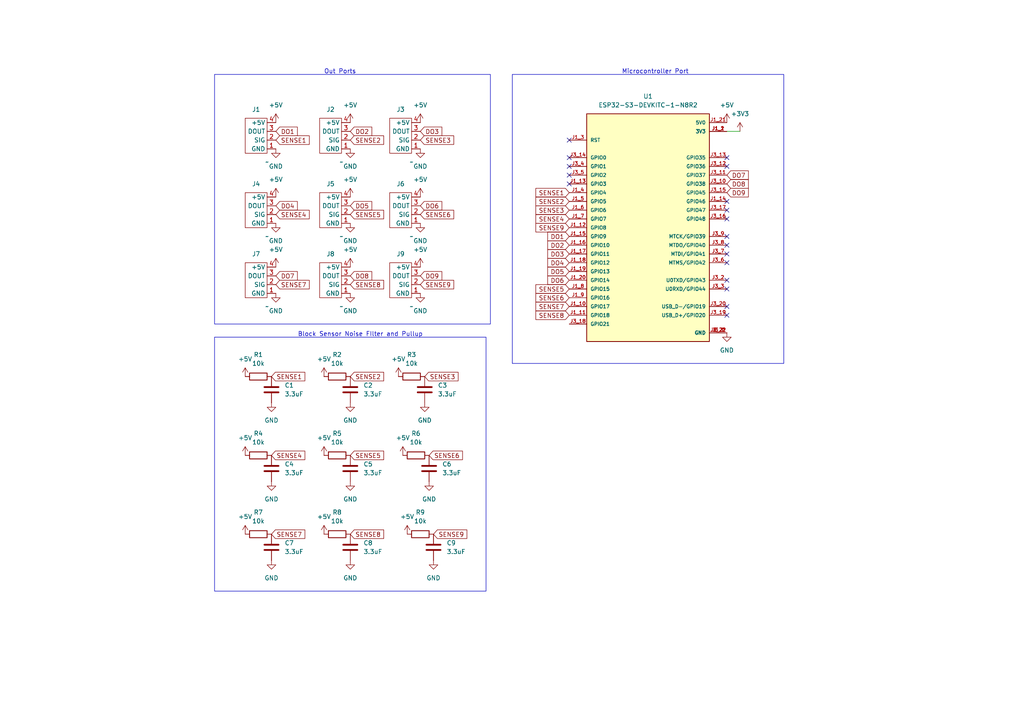
<source format=kicad_sch>
(kicad_sch (version 20230121) (generator eeschema)
  (paper "A4")
  (title_block (title "Block Party Main Board") (date "2024-02-10") (rev "1.0") (company "Block Party"))
  (lib_symbols
    (symbol "Device:C" (pin_numbers hide) (pin_names (offset 0.254))
      (property "Reference" "C" (at 0.635 2.54 0))
      (property "Value" "C" (at 0.635 -2.54 0))
      (symbol "C_0_1"
        (polyline (pts (xy -2.032 -0.762) (xy 2.032 -0.762)) (stroke (width 0.508)))
        (polyline (pts (xy -2.032 0.762) (xy 2.032 0.762)) (stroke (width 0.508)))
      )
      (symbol "C_1_1"
        (pin passive line (at 0 3.81 270) (length 2.794) (name "~") (number "1"))
        (pin passive line (at 0 -3.81 90) (length 2.794) (name "~") (number "2"))
      )
    )
    (symbol "Device:R" (pin_numbers hide) (pin_names (offset 0))
      (property "Reference" "R" (at 2.032 0 90))
      (property "Value" "R" (at 0 0 90))
      (symbol "R_0_1"
        (rectangle (start -1.016 -2.54) (end 1.016 2.54) (stroke (width 0.254)))
      )
      (symbol "R_1_1"
        (pin passive line (at 0 3.81 270) (length 1.27) (name "~") (number "1"))
        (pin passive line (at 0 -3.81 90) (length 1.27) (name "~") (number "2"))
      )
    )
    (symbol "ESP32-S3-DEVKITC-1-N8R2:ESP32-S3-DEVKITC-1-N8R2" (pin_names (offset 1.016))
      (property "Reference" "U" (at -17.78 35.56 0))
      (property "Value" "ESP32-S3-DEVKITC-1-N8R2" (at -17.78 -35.56 0))
      (symbol "ESP32-S3-DEVKITC-1-N8R2_0_0"
        (rectangle (start -17.78 -33.02) (end 17.78 33.02) (stroke (width 0.254)) (fill (type background)))
        (pin power_in line (at 22.86 27.94 180) (length 5.08) (name "3V3") (number "J1_1"))
        (pin bidirectional line (at -22.86 -22.86 0) (length 5.08) (name "GPIO17") (number "J1_10"))
        (pin bidirectional line (at -22.86 -25.4 0) (length 5.08) (name "GPIO18") (number "J1_11"))
        (pin bidirectional line (at -22.86 0 0) (length 5.08) (name "GPIO8") (number "J1_12"))
        (pin bidirectional line (at -22.86 12.7 0) (length 5.08) (name "GPIO3") (number "J1_13"))
        (pin bidirectional line (at 22.86 7.62 180) (length 5.08) (name "GPIO46") (number "J1_14"))
        (pin bidirectional line (at -22.86 -2.54 0) (length 5.08) (name "GPIO9") (number "J1_15"))
        (pin bidirectional line (at -22.86 -5.08 0) (length 5.08) (name "GPIO10") (number "J1_16"))
        (pin bidirectional line (at -22.86 -7.62 0) (length 5.08) (name "GPIO11") (number "J1_17"))
        (pin bidirectional line (at -22.86 -10.16 0) (length 5.08) (name "GPIO12") (number "J1_18"))
        (pin bidirectional line (at -22.86 -12.7 0) (length 5.08) (name "GPIO13") (number "J1_19"))
        (pin power_in line (at 22.86 27.94 180) (length 5.08) (name "3V3") (number "J1_2"))
        (pin bidirectional line (at -22.86 -15.24 0) (length 5.08) (name "GPIO14") (number "J1_20"))
        (pin power_in line (at 22.86 30.48 180) (length 5.08) (name "5V0") (number "J1_21"))
        (pin power_in line (at 22.86 -30.48 180) (length 5.08) (name "GND") (number "J1_22"))
        (pin input line (at -22.86 25.4 0) (length 5.08) (name "RST") (number "J1_3"))
        (pin bidirectional line (at -22.86 10.16 0) (length 5.08) (name "GPIO4") (number "J1_4"))
        (pin bidirectional line (at -22.86 7.62 0) (length 5.08) (name "GPIO5") (number "J1_5"))
        (pin bidirectional line (at -22.86 5.08 0) (length 5.08) (name "GPIO6") (number "J1_6"))
        (pin bidirectional line (at -22.86 2.54 0) (length 5.08) (name "GPIO7") (number "J1_7"))
        (pin bidirectional line (at -22.86 -17.78 0) (length 5.08) (name "GPIO15") (number "J1_8"))
        (pin bidirectional line (at -22.86 -20.32 0) (length 5.08) (name "GPIO16") (number "J1_9"))
        (pin power_in line (at 22.86 -30.48 180) (length 5.08) (name "GND") (number "J3_1"))
        (pin bidirectional line (at 22.86 12.7 180) (length 5.08) (name "GPIO38") (number "J3_10"))
        (pin bidirectional line (at 22.86 15.24 180) (length 5.08) (name "GPIO37") (number "J3_11"))
        (pin bidirectional line (at 22.86 17.78 180) (length 5.08) (name "GPIO36") (number "J3_12"))
        (pin bidirectional line (at 22.86 20.32 180) (length 5.08) (name "GPIO35") (number "J3_13"))
        (pin bidirectional line (at -22.86 20.32 0) (length 5.08) (name "GPIO0") (number "J3_14"))
        (pin bidirectional line (at 22.86 10.16 180) (length 5.08) (name "GPIO45") (number "J3_15"))
        (pin bidirectional line (at 22.86 2.54 180) (length 5.08) (name "GPIO48") (number "J3_16"))
        (pin bidirectional line (at 22.86 5.08 180) (length 5.08) (name "GPIO47") (number "J3_17"))
        (pin bidirectional line (at -22.86 -27.94 0) (length 5.08) (name "GPIO21") (number "J3_18"))
        (pin bidirectional line (at 22.86 -25.4 180) (length 5.08) (name "USB_D+/GPIO20") (number "J3_19"))
        (pin bidirectional line (at 22.86 -15.24 180) (length 5.08) (name "U0TXD/GPIO43") (number "J3_2"))
        (pin bidirectional line (at 22.86 -22.86 180) (length 5.08) (name "USB_D-/GPIO19") (number "J3_20"))
        (pin power_in line (at 22.86 -30.48 180) (length 5.08) (name "GND") (number "J3_21"))
        (pin power_in line (at 22.86 -30.48 180) (length 5.08) (name "GND") (number "J3_22"))
        (pin bidirectional line (at 22.86 -17.78 180) (length 5.08) (name "U0RXD/GPIO44") (number "J3_3"))
        (pin bidirectional line (at -22.86 17.78 0) (length 5.08) (name "GPIO1") (number "J3_4"))
        (pin bidirectional line (at -22.86 15.24 0) (length 5.08) (name "GPIO2") (number "J3_5"))
        (pin bidirectional line (at 22.86 -10.16 180) (length 5.08) (name "MTMS/GPIO42") (number "J3_6"))
        (pin bidirectional line (at 22.86 -7.62 180) (length 5.08) (name "MTDI/GPIO41") (number "J3_7"))
        (pin bidirectional line (at 22.86 -5.08 180) (length 5.08) (name "MTDO/GPIO40") (number "J3_8"))
        (pin bidirectional line (at 22.86 -2.54 180) (length 5.08) (name "MTCK/GPIO39") (number "J3_9"))
      )
    )
    (symbol "Quinn_lib:Top_Block"
      (property "Reference" "J" (at 0 0 0))
      (symbol "Top_Block_0_1"
        (rectangle (start 0 -2.54) (end 6.35 -12.7))
      )
      (symbol "Top_Block_1_1"
        (pin power_out line (at -2.54 -3.81 0) (length 2.54) (name "GND") (number "1"))
        (pin input line (at -2.54 -6.35 0) (length 2.54) (name "SIG") (number "2"))
        (pin output line (at -2.54 -8.89 0) (length 2.54) (name "DOUT") (number "3"))
        (pin power_out line (at -2.54 -11.43 0) (length 2.54) (name "+5V") (number "4"))
      )
    )
    (symbol "power:+3V3" (power) (pin_names (offset 0))
      (property "Value" "+3V3" (at 0 3.556 0))
      (symbol "+3V3_0_1"
        (polyline (pts (xy -0.762 1.27) (xy 0 2.54)))
        (polyline (pts (xy 0 0) (xy 0 2.54)))
        (polyline (pts (xy 0 2.54) (xy 0.762 1.27)))
      )
      (symbol "+3V3_1_1"
        (pin power_in line (at 0 0 90) (length 0) hide (name "+3V3") (number "1"))
      )
    )
    (symbol "power:+5V" (power) (pin_names (offset 0))
      (property "Value" "+5V" (at 0 3.556 0))
      (symbol "+5V_0_1"
        (polyline (pts (xy -0.762 1.27) (xy 0 2.54)))
        (polyline (pts (xy 0 0) (xy 0 2.54)))
        (polyline (pts (xy 0 2.54) (xy 0.762 1.27)))
      )
      (symbol "+5V_1_1"
        (pin power_in line (at 0 0 90) (length 0) hide (name "+5V") (number "1"))
      )
    )
    (symbol "power:GND" (power) (pin_names (offset 0))
      (property "Value" "GND" (at 0 -3.81 0))
      (symbol "GND_0_1"
        (polyline (pts (xy 0 0) (xy 0 -1.27) (xy 1.27 -1.27) (xy 0 -2.54) (xy -1.27 -1.27) (xy 0 -1.27)))
      )
      (symbol "GND_1_1"
        (pin power_in line (at 0 0 270) (length 0) hide (name "GND") (number "1"))
      )
    )
  )
  (no_connect (at 165.1 50.8))
  (no_connect (at 210.82 83.82))
  (no_connect (at 210.82 81.28))
  (no_connect (at 210.82 63.5))
  (no_connect (at 210.82 71.12))
  (no_connect (at 165.1 45.72))
  (no_connect (at 210.82 88.9))
  (no_connect (at 210.82 68.58))
  (no_connect (at 165.1 53.34))
  (no_connect (at 210.82 91.44))
  (no_connect (at 210.82 48.26))
  (no_connect (at 210.82 45.72))
  (no_connect (at 165.1 40.64))
  (no_connect (at 210.82 73.66))
  (no_connect (at 210.82 76.2))
  (no_connect (at 210.82 58.42))
  (no_connect (at 165.1 48.26))
  (no_connect (at 210.82 60.96))
  (wire (pts (xy 210.82 38.1) (xy 214.63 38.1)))
  (rectangle (start 62.23 97.79) (end 140.97 171.45))
  (rectangle (start 62.23 21.59) (end 142.24 93.98))
  (rectangle (start 148.59 21.59) (end 227.33 105.41))
  (text "Out Ports" (at 93.98 21.59 0) (effects (font (size 1.27 1.27)) (justify left bottom)))
  (text "Microcontroller Port" (at 180.34 21.59 0) (effects (font (size 1.27 1.27)) (justify left bottom)))
  (text "Block Sensor Noise FIlter and Pullup" (at 86.36 97.79 0) (effects (font (size 1.27 1.27)) (justify left bottom)))
  (global_label "SENSE6" (shape input) (at 121.92 62.23 0) (property "Intersheetrefs" "${INTERSHEET_REFS}" (effects hide)))
  (global_label "SENSE9" (shape input) (at 125.73 154.94 0) (property "Intersheetrefs" "${INTERSHEET_REFS}" (effects hide)))
  (global_label "DO5" (shape input) (at 165.1 78.74 180) (property "Intersheetrefs" "${INTERSHEET_REFS}" (effects hide)))
  (global_label "SENSE2" (shape input) (at 101.6 109.22 0) (property "Intersheetrefs" "${INTERSHEET_REFS}" (effects hide)))
  (global_label "SENSE7" (shape input) (at 78.74 154.94 0) (property "Intersheetrefs" "${INTERSHEET_REFS}" (effects hide)))
  (global_label "SENSE6" (shape input) (at 165.1 86.36 180) (property "Intersheetrefs" "${INTERSHEET_REFS}" (effects hide)))
  (global_label "SENSE6" (shape input) (at 124.46 132.08 0) (property "Intersheetrefs" "${INTERSHEET_REFS}" (effects hide)))
  (global_label "SENSE7" (shape input) (at 80.01 82.55 0) (property "Intersheetrefs" "${INTERSHEET_REFS}" (effects hide)))
  (global_label "SENSE1" (shape input) (at 78.74 109.22 0) (property "Intersheetrefs" "${INTERSHEET_REFS}" (effects hide)))
  (global_label "SENSE1" (shape input) (at 80.01 40.64 0) (property "Intersheetrefs" "${INTERSHEET_REFS}" (effects hide)))
  (global_label "SENSE2" (shape input) (at 165.1 58.42 180) (property "Intersheetrefs" "${INTERSHEET_REFS}" (effects hide)))
  (global_label "DO9" (shape input) (at 121.92 80.01 0) (property "Intersheetrefs" "${INTERSHEET_REFS}" (effects hide)))
  (global_label "SENSE4" (shape input) (at 80.01 62.23 0) (property "Intersheetrefs" "${INTERSHEET_REFS}" (effects hide)))
  (global_label "DO7" (shape input) (at 80.01 80.01 0) (property "Intersheetrefs" "${INTERSHEET_REFS}" (effects hide)))
  (global_label "DO3" (shape input) (at 121.92 38.1 0) (property "Intersheetrefs" "${INTERSHEET_REFS}" (effects hide)))
  (global_label "DO4" (shape input) (at 165.1 76.2 180) (property "Intersheetrefs" "${INTERSHEET_REFS}" (effects hide)))
  (global_label "SENSE3" (shape input) (at 123.19 109.22 0) (property "Intersheetrefs" "${INTERSHEET_REFS}" (effects hide)))
  (global_label "DO9" (shape input) (at 210.82 55.88 0) (property "Intersheetrefs" "${INTERSHEET_REFS}" (effects hide)))
  (global_label "SENSE2" (shape input) (at 101.6 40.64 0) (property "Intersheetrefs" "${INTERSHEET_REFS}" (effects hide)))
  (global_label "DO7" (shape input) (at 210.82 50.8 0) (property "Intersheetrefs" "${INTERSHEET_REFS}" (effects hide)))
  (global_label "SENSE4" (shape input) (at 78.74 132.08 0) (property "Intersheetrefs" "${INTERSHEET_REFS}" (effects hide)))
  (global_label "SENSE7" (shape input) (at 165.1 88.9 180) (property "Intersheetrefs" "${INTERSHEET_REFS}" (effects hide)))
  (global_label "DO6" (shape input) (at 121.92 59.69 0) (property "Intersheetrefs" "${INTERSHEET_REFS}" (effects hide)))
  (global_label "SENSE8" (shape input) (at 165.1 91.44 180) (property "Intersheetrefs" "${INTERSHEET_REFS}" (effects hide)))
  (global_label "DO2" (shape input) (at 165.1 71.12 180) (property "Intersheetrefs" "${INTERSHEET_REFS}" (effects hide)))
  (global_label "DO1" (shape input) (at 80.01 38.1 0) (property "Intersheetrefs" "${INTERSHEET_REFS}" (effects hide)))
  (global_label "SENSE5" (shape input) (at 101.6 132.08 0) (property "Intersheetrefs" "${INTERSHEET_REFS}" (effects hide)))
  (global_label "DO1" (shape input) (at 165.1 68.58 180) (property "Intersheetrefs" "${INTERSHEET_REFS}" (effects hide)))
  (global_label "DO3" (shape input) (at 165.1 73.66 180) (property "Intersheetrefs" "${INTERSHEET_REFS}" (effects hide)))
  (global_label "DO8" (shape input) (at 210.82 53.34 0) (property "Intersheetrefs" "${INTERSHEET_REFS}" (effects hide)))
  (global_label "DO6" (shape input) (at 165.1 81.28 180) (property "Intersheetrefs" "${INTERSHEET_REFS}" (effects hide)))
  (global_label "SENSE1" (shape input) (at 165.1 55.88 180) (property "Intersheetrefs" "${INTERSHEET_REFS}" (effects hide)))
  (global_label "SENSE9" (shape input) (at 121.92 82.55 0) (property "Intersheetrefs" "${INTERSHEET_REFS}" (effects hide)))
  (global_label "SENSE5" (shape input) (at 165.1 83.82 180) (property "Intersheetrefs" "${INTERSHEET_REFS}" (effects hide)))
  (global_label "DO4" (shape input) (at 80.01 59.69 0) (property "Intersheetrefs" "${INTERSHEET_REFS}" (effects hide)))
  (global_label "SENSE8" (shape input) (at 101.6 82.55 0) (property "Intersheetrefs" "${INTERSHEET_REFS}" (effects hide)))
  (global_label "SENSE8" (shape input) (at 101.6 154.94 0) (property "Intersheetrefs" "${INTERSHEET_REFS}" (effects hide)))
  (global_label "SENSE3" (shape input) (at 165.1 60.96 180) (property "Intersheetrefs" "${INTERSHEET_REFS}" (effects hide)))
  (global_label "SENSE4" (shape input) (at 165.1 63.5 180) (property "Intersheetrefs" "${INTERSHEET_REFS}" (effects hide)))
  (global_label "SENSE9" (shape input) (at 165.1 66.04 180) (property "Intersheetrefs" "${INTERSHEET_REFS}" (effects hide)))
  (global_label "DO5" (shape input) (at 101.6 59.69 0) (property "Intersheetrefs" "${INTERSHEET_REFS}" (effects hide)))
  (global_label "SENSE5" (shape input) (at 101.6 62.23 0) (property "Intersheetrefs" "${INTERSHEET_REFS}" (effects hide)))
  (global_label "DO2" (shape input) (at 101.6 38.1 0) (property "Intersheetrefs" "${INTERSHEET_REFS}" (effects hide)))
  (global_label "DO8" (shape input) (at 101.6 80.01 0) (property "Intersheetrefs" "${INTERSHEET_REFS}" (effects hide)))
  (global_label "SENSE3" (shape input) (at 121.92 40.64 0) (property "Intersheetrefs" "${INTERSHEET_REFS}" (effects hide)))
  (symbol (lib_id "power:GND") (at 101.6 139.7 0) (unit 1)
    (property "Reference" "#PWR031" (effects hide))
    (property "Value" "GND" (at 101.6 144.78 0))
  )
  (symbol (lib_id "power:+5V") (at 121.92 57.15 0) (unit 1)
    (property "Reference" "#PWR014" (effects hide))
    (property "Value" "+5V" (at 121.92 52.07 0))
  )
  (symbol (lib_id "power:GND") (at 80.01 64.77 0) (unit 1)
    (property "Reference" "#PWR011" (effects hide))
    (property "Value" "GND" (at 80.01 69.85 0))
  )
  (symbol (lib_id "Device:R") (at 74.93 109.22 90) (unit 1)
    (property "Reference" "R1" (at 74.93 102.87 90))
    (property "Value" "10k" (at 74.93 105.41 90))
    (property "Footprint" "Resistor_SMD:R_0805_2012Metric" (effects hide))
  )
  (symbol (lib_id "Quinn_lib:Top_Block") (at 77.47 46.99 180) (unit 1)
    (property "Reference" "J1" (at 74.295 31.75 0))
    (property "Value" "~" (at 77.47 46.99 0))
    (property "Footprint" "Quinn_lib:Top Block Connector" (effects hide))
  )
  (symbol (lib_id "power:+5V") (at 80.01 35.56 0) (unit 1)
    (property "Reference" "#PWR04" (effects hide))
    (property "Value" "+5V" (at 80.01 30.48 0))
  )
  (symbol (lib_id "power:+5V") (at 210.82 35.56 0) (unit 1)
    (property "Reference" "#PWR02" (effects hide))
    (property "Value" "+5V" (at 210.82 30.48 0))
  )
  (symbol (lib_id "power:+5V") (at 93.98 132.08 0) (unit 1)
    (property "Reference" "#PWR030" (effects hide))
    (property "Value" "+5V" (at 93.98 127 0))
  )
  (symbol (lib_id "Device:R") (at 97.79 154.94 90) (unit 1)
    (property "Reference" "R8" (at 97.79 148.59 90))
    (property "Value" "10k" (at 97.79 151.13 90))
    (property "Footprint" "Resistor_SMD:R_0805_2012Metric" (effects hide))
  )
  (symbol (lib_id "power:+5V") (at 101.6 35.56 0) (unit 1)
    (property "Reference" "#PWR06" (effects hide))
    (property "Value" "+5V" (at 101.6 30.48 0))
  )
  (symbol (lib_id "power:+5V") (at 80.01 77.47 0) (unit 1)
    (property "Reference" "#PWR016" (effects hide))
    (property "Value" "+5V" (at 80.01 72.39 0))
  )
  (symbol (lib_id "Quinn_lib:Top_Block") (at 99.06 46.99 180) (unit 1)
    (property "Reference" "J2" (at 95.885 31.75 0))
    (property "Value" "~" (at 99.06 46.99 0))
    (property "Footprint" "Quinn_lib:Top Block Connector" (effects hide))
  )
  (symbol (lib_id "power:+5V") (at 93.98 109.22 0) (unit 1)
    (property "Reference" "#PWR024" (effects hide))
    (property "Value" "+5V" (at 93.98 104.14 0))
  )
  (symbol (lib_id "power:+5V") (at 116.84 132.08 0) (unit 1)
    (property "Reference" "#PWR032" (effects hide))
    (property "Value" "+5V" (at 116.84 127 0))
  )
  (symbol (lib_id "Device:R") (at 74.93 154.94 90) (unit 1)
    (property "Reference" "R7" (at 74.93 148.59 90))
    (property "Value" "10k" (at 74.93 151.13 90))
    (property "Footprint" "Resistor_SMD:R_0805_2012Metric" (effects hide))
  )
  (symbol (lib_id "power:GND") (at 121.92 85.09 0) (unit 1)
    (property "Reference" "#PWR021" (effects hide))
    (property "Value" "GND" (at 121.92 90.17 0))
  )
  (symbol (lib_id "Quinn_lib:Top_Block") (at 119.38 88.9 180) (unit 1)
    (property "Reference" "J9" (at 116.205 73.66 0))
    (property "Value" "~" (at 119.38 88.9 0))
    (property "Footprint" "Quinn_lib:Top Block Connector" (effects hide))
  )
  (symbol (lib_id "Device:C") (at 123.19 113.03 180) (unit 1)
    (property "Reference" "C3" (at 127 111.76 0) (effects (justify right)))
    (property "Value" "3.3uF" (at 127 114.3 0) (effects (justify right)))
    (property "Footprint" "Capacitor_SMD:C_0805_2012Metric" (effects hide))
  )
  (symbol (lib_id "power:GND") (at 101.6 116.84 0) (unit 1)
    (property "Reference" "#PWR025" (effects hide))
    (property "Value" "GND" (at 101.6 121.92 0))
  )
  (symbol (lib_id "power:+5V") (at 80.01 57.15 0) (unit 1)
    (property "Reference" "#PWR010" (effects hide))
    (property "Value" "+5V" (at 80.01 52.07 0))
  )
  (symbol (lib_id "Quinn_lib:Top_Block") (at 77.47 88.9 180) (unit 1)
    (property "Reference" "J7" (at 74.295 73.66 0))
    (property "Value" "~" (at 77.47 88.9 0))
    (property "Footprint" "Quinn_lib:Top Block Connector" (effects hide))
  )
  (symbol (lib_id "Device:C") (at 124.46 135.89 180) (unit 1)
    (property "Reference" "C6" (at 128.27 134.62 0) (effects (justify right)))
    (property "Value" "3.3uF" (at 128.27 137.16 0) (effects (justify right)))
    (property "Footprint" "Capacitor_SMD:C_0805_2012Metric" (effects hide))
  )
  (symbol (lib_id "power:+5V") (at 71.12 154.94 0) (unit 1)
    (property "Reference" "#PWR034" (effects hide))
    (property "Value" "+5V" (at 71.12 149.86 0))
  )
  (symbol (lib_id "Quinn_lib:Top_Block") (at 77.47 68.58 180) (unit 1)
    (property "Reference" "J4" (at 74.295 53.34 0))
    (property "Value" "~" (at 77.47 68.58 0))
    (property "Footprint" "Quinn_lib:Top Block Connector" (effects hide))
  )
  (symbol (lib_id "power:GND") (at 121.92 43.18 0) (unit 1)
    (property "Reference" "#PWR09" (effects hide))
    (property "Value" "GND" (at 121.92 48.26 0))
  )
  (symbol (lib_id "power:GND") (at 80.01 43.18 0) (unit 1)
    (property "Reference" "#PWR05" (effects hide))
    (property "Value" "GND" (at 80.01 48.26 0))
  )
  (symbol (lib_id "power:+3V3") (at 214.63 38.1 0) (mirror y) (unit 1)
    (property "Reference" "#PWR03" (effects hide))
    (property "Value" "+3V3" (at 214.63 33.02 0))
  )
  (symbol (lib_id "Quinn_lib:Top_Block") (at 99.06 88.9 180) (unit 1)
    (property "Reference" "J8" (at 95.885 73.66 0))
    (property "Value" "~" (at 99.06 88.9 0))
    (property "Footprint" "Quinn_lib:Top Block Connector" (effects hide))
  )
  (symbol (lib_id "Quinn_lib:Top_Block") (at 119.38 46.99 180) (unit 1)
    (property "Reference" "J3" (at 116.205 31.75 0))
    (property "Value" "~" (at 119.38 46.99 0))
    (property "Footprint" "Quinn_lib:Top Block Connector" (effects hide))
  )
  (symbol (lib_id "Device:C") (at 78.74 113.03 180) (unit 1)
    (property "Reference" "C1" (at 82.55 111.76 0) (effects (justify right)))
    (property "Value" "3.3uF" (at 82.55 114.3 0) (effects (justify right)))
    (property "Footprint" "Capacitor_SMD:C_0805_2012Metric" (effects hide))
  )
  (symbol (lib_id "power:+5V") (at 101.6 77.47 0) (unit 1)
    (property "Reference" "#PWR018" (effects hide))
    (property "Value" "+5V" (at 101.6 72.39 0))
  )
  (symbol (lib_id "power:GND") (at 101.6 43.18 0) (unit 1)
    (property "Reference" "#PWR07" (effects hide))
    (property "Value" "GND" (at 101.6 48.26 0))
  )
  (symbol (lib_id "power:GND") (at 125.73 162.56 0) (unit 1)
    (property "Reference" "#PWR039" (effects hide))
    (property "Value" "GND" (at 125.73 167.64 0))
  )
  (symbol (lib_id "Device:R") (at 74.93 132.08 90) (unit 1)
    (property "Reference" "R4" (at 74.93 125.73 90))
    (property "Value" "10k" (at 74.93 128.27 90))
    (property "Footprint" "Resistor_SMD:R_0805_2012Metric" (effects hide))
  )
  (symbol (lib_id "power:+5V") (at 71.12 109.22 0) (unit 1)
    (property "Reference" "#PWR022" (effects hide))
    (property "Value" "+5V" (at 71.12 104.14 0))
  )
  (symbol (lib_id "Device:R") (at 97.79 109.22 90) (unit 1)
    (property "Reference" "R2" (at 97.79 102.87 90))
    (property "Value" "10k" (at 97.79 105.41 90))
    (property "Footprint" "Resistor_SMD:R_0805_2012Metric" (effects hide))
  )
  (symbol (lib_id "power:+5V") (at 101.6 57.15 0) (unit 1)
    (property "Reference" "#PWR012" (effects hide))
    (property "Value" "+5V" (at 101.6 52.07 0))
  )
  (symbol (lib_id "power:+5V") (at 71.12 132.08 0) (unit 1)
    (property "Reference" "#PWR028" (effects hide))
    (property "Value" "+5V" (at 71.12 127 0))
  )
  (symbol (lib_id "power:GND") (at 80.01 85.09 0) (unit 1)
    (property "Reference" "#PWR017" (effects hide))
    (property "Value" "GND" (at 80.01 90.17 0))
  )
  (symbol (lib_id "power:+5V") (at 121.92 77.47 0) (unit 1)
    (property "Reference" "#PWR020" (effects hide))
    (property "Value" "+5V" (at 121.92 72.39 0))
  )
  (symbol (lib_id "Device:R") (at 119.38 109.22 90) (unit 1)
    (property "Reference" "R3" (at 119.38 102.87 90))
    (property "Value" "10k" (at 119.38 105.41 90))
    (property "Footprint" "Resistor_SMD:R_0805_2012Metric" (effects hide))
  )
  (symbol (lib_id "power:GND") (at 123.19 116.84 0) (unit 1)
    (property "Reference" "#PWR027" (effects hide))
    (property "Value" "GND" (at 123.19 121.92 0))
  )
  (symbol (lib_id "power:GND") (at 124.46 139.7 0) (unit 1)
    (property "Reference" "#PWR033" (effects hide))
    (property "Value" "GND" (at 124.46 144.78 0))
  )
  (symbol (lib_id "power:+5V") (at 93.98 154.94 0) (unit 1)
    (property "Reference" "#PWR036" (effects hide))
    (property "Value" "+5V" (at 93.98 149.86 0))
  )
  (symbol (lib_id "Quinn_lib:Top_Block") (at 119.38 68.58 180) (unit 1)
    (property "Reference" "J6" (at 116.205 53.34 0))
    (property "Value" "~" (at 119.38 68.58 0))
    (property "Footprint" "Quinn_lib:Top Block Connector" (effects hide))
  )
  (symbol (lib_id "power:GND") (at 101.6 85.09 0) (unit 1)
    (property "Reference" "#PWR019" (effects hide))
    (property "Value" "GND" (at 101.6 90.17 0))
  )
  (symbol (lib_id "power:+5V") (at 121.92 35.56 0) (unit 1)
    (property "Reference" "#PWR08" (effects hide))
    (property "Value" "+5V" (at 121.92 30.48 0))
  )
  (symbol (lib_id "Device:R") (at 121.92 154.94 90) (unit 1)
    (property "Reference" "R9" (at 121.92 148.59 90))
    (property "Value" "10k" (at 121.92 151.13 90))
    (property "Footprint" "Resistor_SMD:R_0805_2012Metric" (effects hide))
  )
  (symbol (lib_id "Device:C") (at 101.6 158.75 180) (unit 1)
    (property "Reference" "C8" (at 105.41 157.48 0) (effects (justify right)))
    (property "Value" "3.3uF" (at 105.41 160.02 0) (effects (justify right)))
    (property "Footprint" "Capacitor_SMD:C_0805_2012Metric" (effects hide))
  )
  (symbol (lib_id "power:GND") (at 78.74 162.56 0) (unit 1)
    (property "Reference" "#PWR035" (effects hide))
    (property "Value" "GND" (at 78.74 167.64 0))
  )
  (symbol (lib_id "power:+5V") (at 115.57 109.22 0) (unit 1)
    (property "Reference" "#PWR026" (effects hide))
    (property "Value" "+5V" (at 115.57 104.14 0))
  )
  (symbol (lib_id "Device:C") (at 101.6 113.03 180) (unit 1)
    (property "Reference" "C2" (at 105.41 111.76 0) (effects (justify right)))
    (property "Value" "3.3uF" (at 105.41 114.3 0) (effects (justify right)))
    (property "Footprint" "Capacitor_SMD:C_0805_2012Metric" (effects hide))
  )
  (symbol (lib_id "power:GND") (at 210.82 96.52 0) (unit 1)
    (property "Reference" "#PWR01" (effects hide))
    (property "Value" "GND" (at 210.82 101.6 0))
  )
  (symbol (lib_id "Quinn_lib:Top_Block") (at 99.06 68.58 180) (unit 1)
    (property "Reference" "J5" (at 95.885 53.34 0))
    (property "Value" "~" (at 99.06 68.58 0))
    (property "Footprint" "Quinn_lib:Top Block Connector" (effects hide))
  )
  (symbol (lib_id "power:+5V") (at 118.11 154.94 0) (unit 1)
    (property "Reference" "#PWR038" (effects hide))
    (property "Value" "+5V" (at 118.11 149.86 0))
  )
  (symbol (lib_id "Device:C") (at 101.6 135.89 180) (unit 1)
    (property "Reference" "C5" (at 105.41 134.62 0) (effects (justify right)))
    (property "Value" "3.3uF" (at 105.41 137.16 0) (effects (justify right)))
    (property "Footprint" "Capacitor_SMD:C_0805_2012Metric" (effects hide))
  )
  (symbol (lib_id "ESP32-S3-DEVKITC-1-N8R2:ESP32-S3-DEVKITC-1-N8R2") (at 187.96 66.04 0) (unit 1)
    (property "Reference" "U1" (at 187.96 27.94 0))
    (property "Value" "ESP32-S3-DEVKITC-1-N8R2" (at 187.96 30.48 0))
    (property "Footprint" "ESP32-S3-DEVKITC-1-N8R2:XCVR_ESP32-S3-DEVKITC-1-N8R2" (effects hide))
    (property "MF" "Espressif Systems" (effects hide))
    (property "Description" "\nWiFi Development Tools - 802.11 (Engineering Samples Only) ESP32-S3 General-Purpose Development Board, ESP32-S3-WROOM-1-N8R2, with Pin Header\n" (effects hide))
    (property "Package" "None" (effects hide))
    (property "Price" "None" (effects hide))
    (property "Check_prices" "https://www.snapeda.com/parts/ESP32-S3-DEVKITC-1-N8R2/Espressif+Systems/view-part/?ref=eda" (effects hide))
    (property "STANDARD" "Manufacturer Recommendations" (effects hide))
    (property "PARTREV" "V1" (effects hide))
    (property "SnapEDA_Link" "https://www.snapeda.com/parts/ESP32-S3-DEVKITC-1-N8R2/Espressif+Systems/view-part/?ref=snap" (effects hide))
    (property "MP" "ESP32-S3-DEVKITC-1-N8R2" (effects hide))
    (property "Purchase-URL" "https://www.snapeda.com/api/url_track_click_mouser/?unipart_id=8918256&manufacturer=Espressif Systems&part_name=ESP32-S3-DEVKITC-1-N8R2&search_term=None" (effects hide))
    (property "Availability" "In Stock" (effects hide))
    (property "MANUFACTURER" "Espressif" (effects hide))
  )
  (symbol (lib_id "Device:C") (at 78.74 158.75 180) (unit 1)
    (property "Reference" "C7" (at 82.55 157.48 0) (effects (justify right)))
    (property "Value" "3.3uF" (at 82.55 160.02 0) (effects (justify right)))
    (property "Footprint" "Capacitor_SMD:C_0805_2012Metric" (effects hide))
  )
  (symbol (lib_id "Device:R") (at 97.79 132.08 90) (unit 1)
    (property "Reference" "R5" (at 97.79 125.73 90))
    (property "Value" "10k" (at 97.79 128.27 90))
    (property "Footprint" "Resistor_SMD:R_0805_2012Metric" (effects hide))
  )
  (symbol (lib_id "Device:C") (at 78.74 135.89 180) (unit 1)
    (property "Reference" "C4" (at 82.55 134.62 0) (effects (justify right)))
    (property "Value" "3.3uF" (at 82.55 137.16 0) (effects (justify right)))
    (property "Footprint" "Capacitor_SMD:C_0805_2012Metric" (effects hide))
  )
  (symbol (lib_id "Device:C") (at 125.73 158.75 180) (unit 1)
    (property "Reference" "C9" (at 129.54 157.48 0) (effects (justify right)))
    (property "Value" "3.3uF" (at 129.54 160.02 0) (effects (justify right)))
    (property "Footprint" "Capacitor_SMD:C_0805_2012Metric" (effects hide))
  )
  (symbol (lib_id "Device:R") (at 120.65 132.08 90) (unit 1)
    (property "Reference" "R6" (at 120.65 125.73 90))
    (property "Value" "10k" (at 120.65 128.27 90))
    (property "Footprint" "Resistor_SMD:R_0805_2012Metric" (effects hide))
  )
  (symbol (lib_id "power:GND") (at 121.92 64.77 0) (unit 1)
    (property "Reference" "#PWR015" (effects hide))
    (property "Value" "GND" (at 121.92 69.85 0))
  )
  (symbol (lib_id "power:GND") (at 78.74 116.84 0) (unit 1)
    (property "Reference" "#PWR023" (effects hide))
    (property "Value" "GND" (at 78.74 121.92 0))
  )
  (symbol (lib_id "power:GND") (at 101.6 162.56 0) (unit 1)
    (property "Reference" "#PWR037" (effects hide))
    (property "Value" "GND" (at 101.6 167.64 0))
  )
  (symbol (lib_id "power:GND") (at 78.74 139.7 0) (unit 1)
    (property "Reference" "#PWR029" (effects hide))
    (property "Value" "GND" (at 78.74 144.78 0))
  )
  (symbol (lib_id "power:GND") (at 101.6 64.77 0) (unit 1)
    (property "Reference" "#PWR013" (effects hide))
    (property "Value" "GND" (at 101.6 69.85 0))
  )
)
</source>
